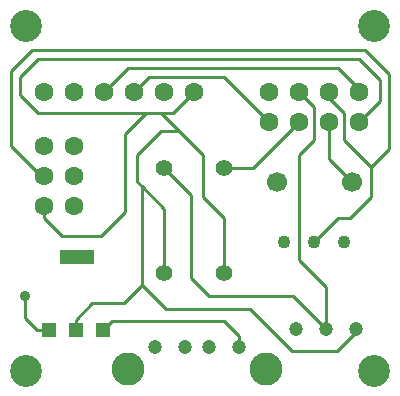
<source format=gtl>
G04 (created by PCBNEW (22-Jun-2014 BZR 4027)-stable) date Wed 03 Feb 2016 19:08:17 GMT*
%MOIN*%
G04 Gerber Fmt 3.4, Leading zero omitted, Abs format*
%FSLAX34Y34*%
G01*
G70*
G90*
G04 APERTURE LIST*
%ADD10C,0.00590551*%
%ADD11C,0.0629921*%
%ADD12C,0.055*%
%ADD13C,0.110236*%
%ADD14C,0.0472441*%
%ADD15C,0.0433071*%
%ADD16C,0.0669291*%
%ADD17R,0.0472441X0.0472441*%
%ADD18R,0.11811X0.0472441*%
%ADD19C,0.106299*%
%ADD20C,0.035*%
%ADD21C,0.01*%
G04 APERTURE END LIST*
G54D10*
G54D11*
X82000Y-61000D03*
X82000Y-60000D03*
X81000Y-60000D03*
X81000Y-61000D03*
X80000Y-61000D03*
X80000Y-60000D03*
X83000Y-60000D03*
X83000Y-61000D03*
G54D12*
X78500Y-66050D03*
X78500Y-62550D03*
X76500Y-62550D03*
X76500Y-66050D03*
G54D11*
X75500Y-60000D03*
X74500Y-60000D03*
X73500Y-60000D03*
X72500Y-60000D03*
X76500Y-60000D03*
X77500Y-60000D03*
G54D13*
X75300Y-69250D03*
X79900Y-69250D03*
G54D14*
X76200Y-68500D03*
X77200Y-68500D03*
X78000Y-68500D03*
X79000Y-68500D03*
G54D11*
X72500Y-63800D03*
X72500Y-62800D03*
X72500Y-61800D03*
X73500Y-63800D03*
X73500Y-62800D03*
X73500Y-61800D03*
G54D15*
X81500Y-65000D03*
X80500Y-65000D03*
X82500Y-65000D03*
G54D16*
X82750Y-63000D03*
X80250Y-63000D03*
G54D14*
X81900Y-67900D03*
X80900Y-67900D03*
X82900Y-67900D03*
G54D17*
X72650Y-67950D03*
X73550Y-67950D03*
X74450Y-67950D03*
G54D18*
X73600Y-65500D03*
G54D19*
X83500Y-57800D03*
X71900Y-69300D03*
X71900Y-57800D03*
X83500Y-69300D03*
G54D20*
X71850Y-66800D03*
G54D21*
X82000Y-61000D02*
X82000Y-62250D01*
X82000Y-62250D02*
X82750Y-63000D01*
X77000Y-61300D02*
X76400Y-60700D01*
X75750Y-66450D02*
X75750Y-63150D01*
X75750Y-63150D02*
X75750Y-63200D01*
X75750Y-63200D02*
X75750Y-63150D01*
X82900Y-67900D02*
X82900Y-68000D01*
X73550Y-67600D02*
X74100Y-67050D01*
X74100Y-67050D02*
X75150Y-67050D01*
X75150Y-67050D02*
X75750Y-66450D01*
X73550Y-67600D02*
X73550Y-67950D01*
X76550Y-67250D02*
X75750Y-66450D01*
X79350Y-67250D02*
X76550Y-67250D01*
X80750Y-68650D02*
X79350Y-67250D01*
X82250Y-68650D02*
X80750Y-68650D01*
X82900Y-68000D02*
X82250Y-68650D01*
X76500Y-66050D02*
X76500Y-63900D01*
X76500Y-63900D02*
X75750Y-63150D01*
X78500Y-64200D02*
X77800Y-63500D01*
X75750Y-63150D02*
X75600Y-63000D01*
X75600Y-63000D02*
X75600Y-62100D01*
X75600Y-62100D02*
X76400Y-61300D01*
X76400Y-61300D02*
X77000Y-61300D01*
X78500Y-64200D02*
X78500Y-66050D01*
X77800Y-62100D02*
X77000Y-61300D01*
X77800Y-63500D02*
X77800Y-62100D01*
X72500Y-63800D02*
X72500Y-64200D01*
X74400Y-64800D02*
X75200Y-64000D01*
X73100Y-64800D02*
X74400Y-64800D01*
X72500Y-64200D02*
X73100Y-64800D01*
X75200Y-61400D02*
X75900Y-60700D01*
X75200Y-64000D02*
X75200Y-61400D01*
X77500Y-60000D02*
X76800Y-60700D01*
X76800Y-60700D02*
X76400Y-60700D01*
X83700Y-60300D02*
X83000Y-61000D01*
X83700Y-59600D02*
X83700Y-60300D01*
X83000Y-58900D02*
X83700Y-59600D01*
X72300Y-58900D02*
X83000Y-58900D01*
X71700Y-59500D02*
X72300Y-58900D01*
X71700Y-60100D02*
X71700Y-59500D01*
X72300Y-60700D02*
X71700Y-60100D01*
X76400Y-60700D02*
X75900Y-60700D01*
X75900Y-60700D02*
X72300Y-60700D01*
X75500Y-60000D02*
X76000Y-59500D01*
X78500Y-59500D02*
X80000Y-61000D01*
X76000Y-59500D02*
X78500Y-59500D01*
X79000Y-68500D02*
X79000Y-68150D01*
X74750Y-67650D02*
X74450Y-67950D01*
X78500Y-67650D02*
X74750Y-67650D01*
X79000Y-68150D02*
X78500Y-67650D01*
X72500Y-62800D02*
X72400Y-62800D01*
X84000Y-61900D02*
X83400Y-62500D01*
X84000Y-59400D02*
X84000Y-61900D01*
X83200Y-58600D02*
X84000Y-59400D01*
X72100Y-58600D02*
X83200Y-58600D01*
X71400Y-59300D02*
X72100Y-58600D01*
X71400Y-61800D02*
X71400Y-59300D01*
X72400Y-62800D02*
X71400Y-61800D01*
X82000Y-60000D02*
X82000Y-60200D01*
X82300Y-64200D02*
X81500Y-65000D01*
X82700Y-64200D02*
X82300Y-64200D01*
X83400Y-63500D02*
X82700Y-64200D01*
X83400Y-62500D02*
X83400Y-63500D01*
X82500Y-61600D02*
X83400Y-62500D01*
X82500Y-60700D02*
X82500Y-61600D01*
X82000Y-60200D02*
X82500Y-60700D01*
X81900Y-67900D02*
X80800Y-66800D01*
X77400Y-63450D02*
X76500Y-62550D01*
X77400Y-66200D02*
X77400Y-63450D01*
X78000Y-66800D02*
X77400Y-66200D01*
X80800Y-66800D02*
X78000Y-66800D01*
X81900Y-67900D02*
X81900Y-66500D01*
X81500Y-60500D02*
X81000Y-60000D01*
X81500Y-61600D02*
X81500Y-60500D01*
X81000Y-62100D02*
X81500Y-61600D01*
X81000Y-65600D02*
X81000Y-62100D01*
X81900Y-66500D02*
X81000Y-65600D01*
X72650Y-67950D02*
X72250Y-67950D01*
X71850Y-67550D02*
X71850Y-66800D01*
X72250Y-67950D02*
X71850Y-67550D01*
X78500Y-62550D02*
X79450Y-62550D01*
X79450Y-62550D02*
X81000Y-61000D01*
X83000Y-60000D02*
X83000Y-59900D01*
X75300Y-59200D02*
X74500Y-60000D01*
X82300Y-59200D02*
X75300Y-59200D01*
X83000Y-59900D02*
X82300Y-59200D01*
M02*

</source>
